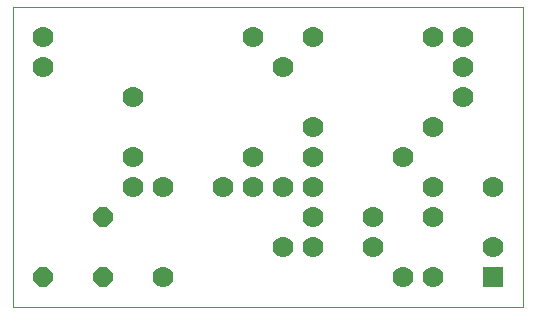
<source format=gtl>
G75*
%MOIN*%
%OFA0B0*%
%FSLAX25Y25*%
%IPPOS*%
%LPD*%
%AMOC8*
5,1,8,0,0,1.08239X$1,22.5*
%
%ADD10C,0.00000*%
%ADD11C,0.07000*%
%ADD12OC8,0.06496*%
%ADD13R,0.07000X0.07000*%
D10*
X0001833Y0001000D02*
X0001833Y0101000D01*
X0171833Y0101000D01*
X0171833Y0001000D01*
X0001833Y0001000D01*
D11*
X0051833Y0011000D03*
X0091833Y0021000D03*
X0101833Y0021000D03*
X0101833Y0031000D03*
X0101833Y0041000D03*
X0091833Y0041000D03*
X0081833Y0041000D03*
X0071833Y0041000D03*
X0081833Y0051000D03*
X0101833Y0051000D03*
X0101833Y0061000D03*
X0131833Y0051000D03*
X0141833Y0061000D03*
X0151833Y0071000D03*
X0151833Y0081000D03*
X0151833Y0091000D03*
X0141833Y0091000D03*
X0101833Y0091000D03*
X0091833Y0081000D03*
X0081833Y0091000D03*
X0041833Y0071000D03*
X0011833Y0081000D03*
X0011833Y0091000D03*
X0041833Y0051000D03*
X0041833Y0041000D03*
X0051833Y0041000D03*
X0121833Y0031000D03*
X0121833Y0021000D03*
X0131833Y0011000D03*
X0141833Y0011000D03*
X0161833Y0021000D03*
X0141833Y0031000D03*
X0141833Y0041000D03*
X0161833Y0041000D03*
D12*
X0031833Y0031000D03*
X0031833Y0011000D03*
X0011833Y0011000D03*
D13*
X0161833Y0011000D03*
M02*

</source>
